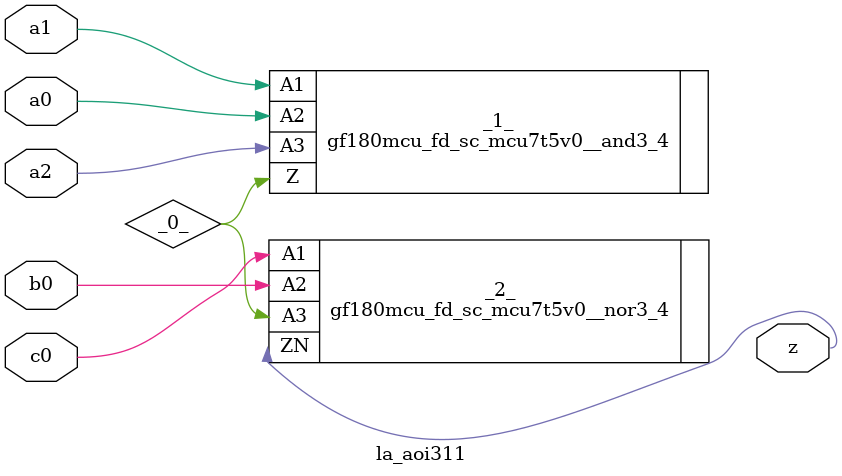
<source format=v>

/* Generated by Yosys 0.44 (git sha1 80ba43d26, g++ 11.4.0-1ubuntu1~22.04 -fPIC -O3) */

(* top =  1  *)
(* src = "generated" *)
module la_aoi311 (
    a0,
    a1,
    a2,
    b0,
    c0,
    z
);
  wire _0_;
  (* src = "generated" *)
  input a0;
  wire a0;
  (* src = "generated" *)
  input a1;
  wire a1;
  (* src = "generated" *)
  input a2;
  wire a2;
  (* src = "generated" *)
  input b0;
  wire b0;
  (* src = "generated" *)
  input c0;
  wire c0;
  (* src = "generated" *)
  output z;
  wire z;
  gf180mcu_fd_sc_mcu7t5v0__and3_4 _1_ (
      .A1(a1),
      .A2(a0),
      .A3(a2),
      .Z (_0_)
  );
  gf180mcu_fd_sc_mcu7t5v0__nor3_4 _2_ (
      .A1(c0),
      .A2(b0),
      .A3(_0_),
      .ZN(z)
  );
endmodule

</source>
